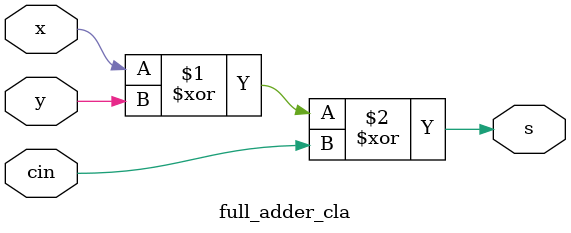
<source format=sv>
module lookahead_adder (
	input  [15:0] A, B,
	input         cin,
	output [15:0] S,
	output        cout
);
    /* TODO
     *
     * Insert code here to implement a CLA adder.
     * Your code should be completly combinational (don't use always_ff or always_latch).
     * Feel free to create sub-modules or other files. */
logic c4, c8, c12, pg0, pg4, pg8, pg12, gg0, gg4, gg8, gg12;
logic p0, p1, p2, p3, g0, g1, g2, g3;

assign gg0 = (A[3] & B[3]) | ((A[2] & B[2]) & (A[3] ^ B[3])) | ((A[1] & B[1]) & (A[3] ^ B[3]) & (A[2] ^ B[2])) | ((A[0] & B[0]) & (A[3] ^ B[3]) & (A[2] ^ B[2]) & (A[1] ^ B[1]));
assign gg4 = (A[7] & B[7]) | ((A[6] & B[6]) & (A[7] ^ B[7])) | ((A[5] & B[5]) & (A[7] ^ B[7]) & (A[6] ^ B[6])) | ((A[4] & B[4]) & (A[7] ^ B[7]) & (A[6] ^ B[6]) & (A[5] ^ B[5]));
assign gg8 = (A[11] & B[11]) | ((A[10] & B[10]) & (A[11] ^ B[11])) | ((A[9] & B[9]) & (A[11] ^ B[11]) & (A[10] ^ B[10])) | ((A[8] & B[8]) & (A[11] ^ B[11]) & (A[10] ^ B[10]) & (A[9] ^ B[9]));
assign gg12 = (A[15] & B[15]) | ((A[14] & B[14]) & (A[15] ^ B[15])) | ((A[13] & B[13]) & (A[15] ^ B[15]) & (A[14] ^ B[14])) | ((A[12] & B[12]) & (A[15] ^ B[15]) & (A[14] ^ B[14]) & (A[13] ^ B[13]));

assign pg0 = (A[0] ^ B[0]) & (A[1] ^ B[1]) & (A[2] ^ B[2]) & (A[3] ^ B[3]);
assign pg4 = (A[4] ^ B[4]) & (A[5] ^ B[5]) & (A[6] ^ B[6]) & (A[7] ^ B[7]);
assign pg8 = (A[8] ^ B[8]) & (A[9] ^ B[9]) & (A[10] ^ B[10]) & (A[11] ^ B[11]);
assign pg12 = (A[12] ^ B[12]) & (A[13] ^ B[13]) & (A[14] ^ B[14]) & (A[15] ^ B[15]);

assign c4 = gg0 | (cin & pg0);
assign c8 = gg4 | (gg0 & pg4) | (cin & pg0 & pg4);
assign c12 = gg8 | (gg4 & pg8) | (gg0 & pg8 & pg4) | (cin & pg8 & pg4 & pg0);
assign cout = gg12 | (pg12 & gg8) | (pg12 & gg4 & pg8) | (pg12 & gg0 & pg8 & pg4) | (pg12 & cin & pg8 & pg4 & pg0);

four_bit_cla f0(.A(A[3:0]), .B(B[3:0]), .cin(cin), .S(S[3:0]));
four_bit_cla f1(.A(A[7:4]), .B(B[7:4]), .cin(c4), .S(S[7:4]));
four_bit_cla f2(.A(A[11:8]), .B(B[11:8]), .cin(c8), .S(S[11:8]));
four_bit_cla f3(.A(A[15:12]), .B(B[15:12]), .cin(c12), .S(S[15:12]));

endmodule

module four_bit_cla
(
input [3:0] A, B,
input cin,
output logic [3:0] S
);

logic c1, c2, c3, p0, p1, p2, p3, g0, g1, g2, g3;
assign g0 = A[0] & B[0];
assign g1 = A[1] & B[1];
assign g2 = A[2] & B[2];
assign g3 = A[3] & B[3];

assign p0 = A[0] ^ B[0];
assign p1 = A[1] ^ B[1];
assign p2 = A[2] ^ B[2];
assign p3 = A[3] ^ B[3];


assign c1 = (cin & p0) | g0;
assign c2 = (cin & p0 & p1) | (g0 & p1) | g1;
assign c3 = (cin & p0 & p1 & p2) | (g0 & p1 & p2) | (g1 & p2) | g2;

full_adder_cla fa0(.x(A[0]), .y(B[0]), .cin(cin), .s(S[0]));
full_adder_cla fa1(.x(A[1]), .y(B[1]), .cin(c1), .s(S[1]));
full_adder_cla fa2(.x(A[2]), .y(B[2]), .cin(c2), .s(S[2]));
full_adder_cla fa3(.x(A[3]), .y(B[3]), .cin(c3), .s(S[3]));

endmodule

module full_adder_cla
(
input x,
input y,
input cin,
output logic s
);

assign s = x ^ y ^ cin;

endmodule
</source>
